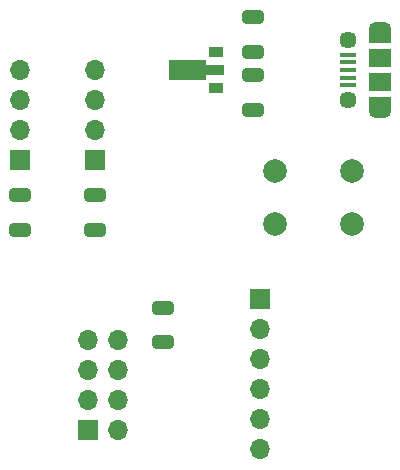
<source format=gbr>
%TF.GenerationSoftware,KiCad,Pcbnew,7.0.10-7.0.10~ubuntu22.04.1*%
%TF.CreationDate,2024-01-08T16:33:40+00:00*%
%TF.ProjectId,wifi_temp_sensor,77696669-5f74-4656-9d70-5f73656e736f,rev?*%
%TF.SameCoordinates,Original*%
%TF.FileFunction,Soldermask,Top*%
%TF.FilePolarity,Negative*%
%FSLAX46Y46*%
G04 Gerber Fmt 4.6, Leading zero omitted, Abs format (unit mm)*
G04 Created by KiCad (PCBNEW 7.0.10-7.0.10~ubuntu22.04.1) date 2024-01-08 16:33:40*
%MOMM*%
%LPD*%
G01*
G04 APERTURE LIST*
G04 Aperture macros list*
%AMRoundRect*
0 Rectangle with rounded corners*
0 $1 Rounding radius*
0 $2 $3 $4 $5 $6 $7 $8 $9 X,Y pos of 4 corners*
0 Add a 4 corners polygon primitive as box body*
4,1,4,$2,$3,$4,$5,$6,$7,$8,$9,$2,$3,0*
0 Add four circle primitives for the rounded corners*
1,1,$1+$1,$2,$3*
1,1,$1+$1,$4,$5*
1,1,$1+$1,$6,$7*
1,1,$1+$1,$8,$9*
0 Add four rect primitives between the rounded corners*
20,1,$1+$1,$2,$3,$4,$5,0*
20,1,$1+$1,$4,$5,$6,$7,0*
20,1,$1+$1,$6,$7,$8,$9,0*
20,1,$1+$1,$8,$9,$2,$3,0*%
%AMFreePoly0*
4,1,9,3.862500,-0.866500,0.737500,-0.866500,0.737500,-0.450000,-0.737500,-0.450000,-0.737500,0.450000,0.737500,0.450000,0.737500,0.866500,3.862500,0.866500,3.862500,-0.866500,3.862500,-0.866500,$1*%
G04 Aperture macros list end*
%ADD10RoundRect,0.250000X0.650000X-0.325000X0.650000X0.325000X-0.650000X0.325000X-0.650000X-0.325000X0*%
%ADD11R,1.700000X1.700000*%
%ADD12O,1.700000X1.700000*%
%ADD13R,1.300000X0.900000*%
%ADD14FreePoly0,180.000000*%
%ADD15C,2.000000*%
%ADD16RoundRect,0.250000X-0.650000X0.325000X-0.650000X-0.325000X0.650000X-0.325000X0.650000X0.325000X0*%
%ADD17R,1.350000X0.400000*%
%ADD18O,1.900000X1.200000*%
%ADD19R,1.900000X1.200000*%
%ADD20C,1.450000*%
%ADD21R,1.900000X1.500000*%
G04 APERTURE END LIST*
D10*
%TO.C,C5*%
X213995000Y-58625000D03*
X213995000Y-55675000D03*
%TD*%
%TO.C,C4*%
X201930000Y-49100000D03*
X201930000Y-46150000D03*
%TD*%
D11*
%TO.C,J2*%
X207645000Y-66030000D03*
D12*
X210185000Y-66030000D03*
X207645000Y-63490000D03*
X210185000Y-63490000D03*
X207645000Y-60950000D03*
X210185000Y-60950000D03*
X207645000Y-58410000D03*
X210185000Y-58410000D03*
%TD*%
D11*
%TO.C,J4*%
X222250000Y-54927500D03*
D12*
X222250000Y-57467500D03*
X222250000Y-60007500D03*
X222250000Y-62547500D03*
X222250000Y-65087500D03*
X222250000Y-67627500D03*
%TD*%
D11*
%TO.C,J5*%
X208280000Y-43180000D03*
D12*
X208280000Y-40640000D03*
X208280000Y-38100000D03*
X208280000Y-35560000D03*
%TD*%
D13*
%TO.C,U2*%
X218485000Y-37060000D03*
D14*
X218397500Y-35560000D03*
D13*
X218485000Y-34060000D03*
%TD*%
D15*
%TO.C,SW1*%
X223520000Y-44105000D03*
X230020000Y-44105000D03*
X223520000Y-48605000D03*
X230020000Y-48605000D03*
%TD*%
D10*
%TO.C,C1*%
X221660000Y-34060000D03*
X221660000Y-31110000D03*
%TD*%
D16*
%TO.C,C3*%
X208280000Y-46150000D03*
X208280000Y-49100000D03*
%TD*%
D11*
%TO.C,J3*%
X201930000Y-43180000D03*
D12*
X201930000Y-40640000D03*
X201930000Y-38100000D03*
X201930000Y-35560000D03*
%TD*%
D17*
%TO.C,J1*%
X229677500Y-36860000D03*
X229677500Y-36210000D03*
X229677500Y-35560000D03*
X229677500Y-34910000D03*
X229677500Y-34260000D03*
D18*
X232377500Y-39060000D03*
D19*
X232377500Y-38460000D03*
D20*
X229677500Y-38060000D03*
D21*
X232377500Y-36560000D03*
X232377500Y-34560000D03*
D20*
X229677500Y-33060000D03*
D19*
X232377500Y-32660000D03*
D18*
X232377500Y-32060000D03*
%TD*%
D16*
%TO.C,C2*%
X221660000Y-35965000D03*
X221660000Y-38915000D03*
%TD*%
M02*

</source>
